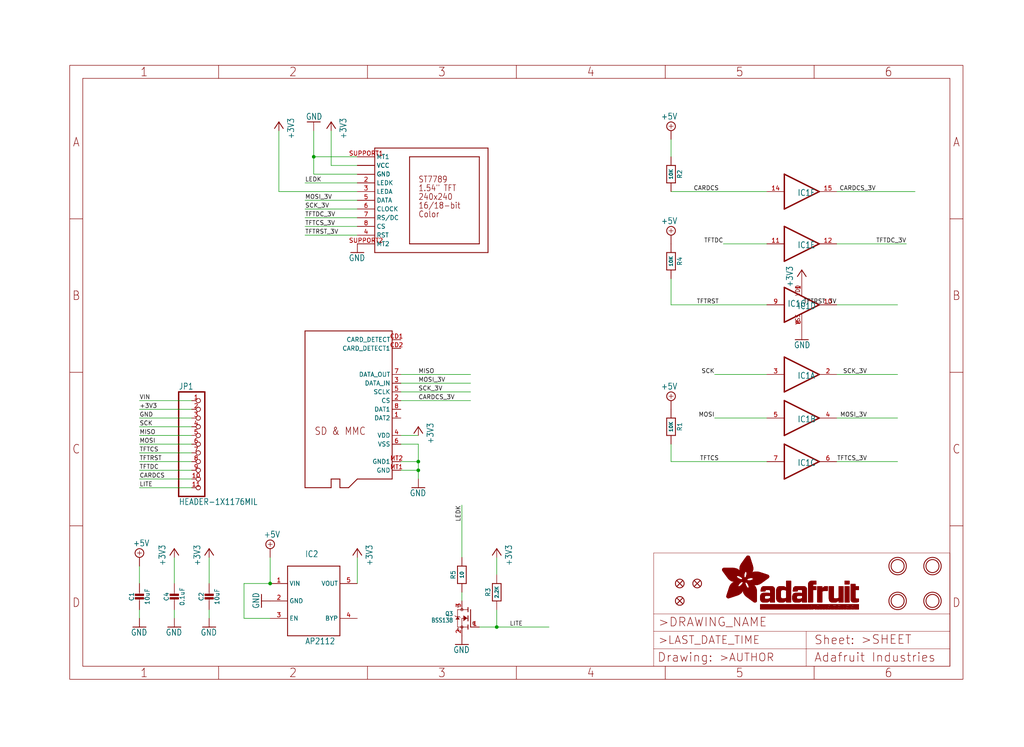
<source format=kicad_sch>
(kicad_sch (version 20211123) (generator eeschema)
  (paper "User" 298.45 217.881)
  (lib_symbols
    (symbol "eagleSchem-eagle-import:+3V3" (power)
      (property "Value" "+3V3" (at -2.54 -5.08 90))
      (symbol "+3V3_1_0"
        (pin power_in line (at 0 -2.54 90) (length 2.54) (name "+3V3") (number "1"))
      )
    )
    (symbol "eagleSchem-eagle-import:+5V" (power)
      (property "Value" "+5V" (at -1.905 3.175 0))
      (symbol "+5V_1_0"
        (pin power_in line (at 0 -2.54 90) (length 2.54) (name "+5V") (number "1"))
      )
    )
    (symbol "eagleSchem-eagle-import:4050D"
      (property "Reference" "IC" (at -1.27 -0.635 0))
      (symbol "4050D_1_0"
        (pin output line (at 10.16 0 180) (length 5.08) (name "O") (number "2"))
        (pin input line (at -10.16 0 0) (length 5.08) (name "I") (number "3"))
      )
      (symbol "4050D_2_0"
        (pin output line (at 10.16 0 180) (length 5.08) (name "O") (number "4"))
        (pin input line (at -10.16 0 0) (length 5.08) (name "I") (number "5"))
      )
      (symbol "4050D_3_0"
        (pin output line (at 10.16 0 180) (length 5.08) (name "O") (number "6"))
        (pin input line (at -10.16 0 0) (length 5.08) (name "I") (number "7"))
      )
      (symbol "4050D_4_0"
        (pin output line (at 10.16 0 180) (length 5.08) (name "O") (number "10"))
        (pin input line (at -10.16 0 0) (length 5.08) (name "I") (number "9"))
      )
      (symbol "4050D_5_0"
        (pin input line (at -10.16 0 0) (length 5.08) (name "I") (number "11"))
        (pin output line (at 10.16 0 180) (length 5.08) (name "O") (number "12"))
      )
      (symbol "4050D_6_0"
        (pin input line (at -10.16 0 0) (length 5.08) (name "I") (number "14"))
        (pin output line (at 10.16 0 180) (length 5.08) (name "O") (number "15"))
      )
      (symbol "4050D_7_0"
        (text "VDD" (at 1.905 2.54 900) (effects (font (size 1.27 1.0795)) (justify left bottom)))
        (text "VSS" (at 1.905 -5.842 900) (effects (font (size 1.27 1.0795)) (justify left bottom)))
        (pin power_in line (at 0 7.62 270) (length 5.08) (name "VDD") (number "1"))
        (pin power_in line (at 0 -7.62 90) (length 5.08) (name "VSS") (number "8"))
      )
    )
    (symbol "eagleSchem-eagle-import:CAP_CERAMIC0805-NOOUTLINE"
      (property "Reference" "C" (at -2.29 1.25 90))
      (property "Value" "CAP_CERAMIC0805-NOOUTLINE" (at 2.3 1.25 90))
      (symbol "CAP_CERAMIC0805-NOOUTLINE_1_0"
        (pin passive line (at 0 5.08 270) (length 2.54) (name "1") (number "1"))
        (pin passive line (at 0 -2.54 90) (length 2.54) (name "2") (number "2"))
      )
    )
    (symbol "eagleSchem-eagle-import:DISP_LCD_ST7789_1.54IN"
      (symbol "DISP_LCD_ST7789_1.54IN_1_0"
        (text "1.54\" TFT" (at 2.54 2.54 0) (effects (font (size 1.778 1.5113)) (justify left bottom)))
        (text "16/18-bit" (at 2.54 -2.54 0) (effects (font (size 1.778 1.5113)) (justify left bottom)))
        (text "240x240" (at 2.54 0 0) (effects (font (size 1.778 1.5113)) (justify left bottom)))
        (text "Color" (at 2.54 -5.08 0) (effects (font (size 1.778 1.5113)) (justify left bottom)))
        (text "ST7789" (at 2.54 5.08 0) (effects (font (size 1.778 1.5113)) (justify left bottom)))
        (pin power_in line (at -15.24 7.62 0) (length 5.08) (name "GND") (number "1"))
        (pin power_in line (at -15.24 10.16 0) (length 5.08) (name "VCC") (number "10"))
        (pin power_in line (at -15.24 7.62 0) (length 5.08) (name "GND") (number "11"))
        (pin power_in line (at -15.24 7.62 0) (length 5.08) (name "GND") (number "12"))
        (pin input line (at -15.24 5.08 0) (length 5.08) (name "LEDK") (number "2"))
        (pin input line (at -15.24 2.54 0) (length 5.08) (name "LEDA") (number "3"))
        (pin input line (at -15.24 -10.16 0) (length 5.08) (name "RST") (number "4"))
        (pin bidirectional line (at -15.24 0 0) (length 5.08) (name "DATA") (number "5"))
        (pin input line (at -15.24 -2.54 0) (length 5.08) (name "CLOCK") (number "6"))
        (pin input line (at -15.24 -5.08 0) (length 5.08) (name "RS/DC") (number "7"))
        (pin input line (at -15.24 -7.62 0) (length 5.08) (name "CS") (number "8"))
        (pin power_in line (at -15.24 10.16 0) (length 5.08) (name "VCC") (number "9"))
        (pin passive line (at -15.24 12.7 0) (length 5.08) (name "MT1") (number "SUPPORT1"))
        (pin passive line (at -15.24 -12.7 0) (length 5.08) (name "MT2") (number "SUPPORT2"))
      )
    )
    (symbol "eagleSchem-eagle-import:FIDUCIAL_1MM")
    (symbol "eagleSchem-eagle-import:FRAME_A4_ADAFRUIT"
      (symbol "FRAME_A4_ADAFRUIT_1_0"
        (text "1" (at 21.6958 1.905 0) (effects (font (size 2.54 2.286))))
        (text "1" (at 21.6958 177.165 0) (effects (font (size 2.54 2.286))))
        (text "2" (at 65.0875 1.905 0) (effects (font (size 2.54 2.286))))
        (text "2" (at 65.0875 177.165 0) (effects (font (size 2.54 2.286))))
        (text "3" (at 108.4792 1.905 0) (effects (font (size 2.54 2.286))))
        (text "3" (at 108.4792 177.165 0) (effects (font (size 2.54 2.286))))
        (text "4" (at 151.8708 1.905 0) (effects (font (size 2.54 2.286))))
        (text "4" (at 151.8708 177.165 0) (effects (font (size 2.54 2.286))))
        (text "5" (at 195.2625 1.905 0) (effects (font (size 2.54 2.286))))
        (text "5" (at 195.2625 177.165 0) (effects (font (size 2.54 2.286))))
        (text "6" (at 238.6542 1.905 0) (effects (font (size 2.54 2.286))))
        (text "6" (at 238.6542 177.165 0) (effects (font (size 2.54 2.286))))
        (text ">AUTHOR" (at 189.23 5.08 0) (effects (font (size 2.286 2.286)) (justify left bottom)))
        (text ">DRAWING_NAME" (at 171.45 15.24 0) (effects (font (size 2.54 2.54)) (justify left bottom)))
        (text ">LAST_DATE_TIME" (at 171.45 10.16 0) (effects (font (size 2.286 2.286)) (justify left bottom)))
        (text ">SHEET" (at 230.505 10.16 0) (effects (font (size 2.54 2.54)) (justify left bottom)))
        (text "A" (at 1.905 156.6863 0) (effects (font (size 2.54 2.286))))
        (text "A" (at 258.445 156.6863 0) (effects (font (size 2.54 2.286))))
        (text "Adafruit Industries" (at 216.916 4.953 0) (effects (font (size 2.54 2.54)) (justify left bottom)))
        (text "B" (at 1.905 111.9188 0) (effects (font (size 2.54 2.286))))
        (text "B" (at 258.445 111.9188 0) (effects (font (size 2.54 2.286))))
        (text "C" (at 1.905 67.1513 0) (effects (font (size 2.54 2.286))))
        (text "C" (at 258.445 67.1513 0) (effects (font (size 2.54 2.286))))
        (text "D" (at 1.905 22.3838 0) (effects (font (size 2.54 2.286))))
        (text "D" (at 258.445 22.3838 0) (effects (font (size 2.54 2.286))))
        (text "Drawing:" (at 171.196 4.953 0) (effects (font (size 2.54 2.54)) (justify left bottom)))
        (text "Sheet:" (at 216.916 10.033 0) (effects (font (size 2.54 2.54)) (justify left bottom)))
      )
    )
    (symbol "eagleSchem-eagle-import:GND" (power)
      (property "Value" "GND" (at -2.54 -2.54 0))
      (symbol "GND_1_0"
        (pin power_in line (at 0 2.54 270) (length 2.54) (name "GND") (number "1"))
      )
    )
    (symbol "eagleSchem-eagle-import:HEADER-1X1176MIL"
      (property "Reference" "JP" (at -6.35 15.875 0))
      (property "Value" "HEADER-1X1176MIL" (at -6.35 -17.78 0))
      (symbol "HEADER-1X1176MIL_1_0"
        (pin passive inverted (at -2.54 12.7 0) (length 2.54) (name "1") (number "1"))
        (pin passive inverted (at -2.54 -10.16 0) (length 2.54) (name "10") (number "10"))
        (pin passive inverted (at -2.54 -12.7 0) (length 2.54) (name "11") (number "11"))
        (pin passive inverted (at -2.54 10.16 0) (length 2.54) (name "2") (number "2"))
        (pin passive inverted (at -2.54 7.62 0) (length 2.54) (name "3") (number "3"))
        (pin passive inverted (at -2.54 5.08 0) (length 2.54) (name "4") (number "4"))
        (pin passive inverted (at -2.54 2.54 0) (length 2.54) (name "5") (number "5"))
        (pin passive inverted (at -2.54 0 0) (length 2.54) (name "6") (number "6"))
        (pin passive inverted (at -2.54 -2.54 0) (length 2.54) (name "7") (number "7"))
        (pin passive inverted (at -2.54 -5.08 0) (length 2.54) (name "8") (number "8"))
        (pin passive inverted (at -2.54 -7.62 0) (length 2.54) (name "9") (number "9"))
      )
    )
    (symbol "eagleSchem-eagle-import:LP298XS"
      (property "Reference" "IC" (at -12.7 -5.08 90))
      (property "Value" "LP298XS" (at 12.7 -5.08 90))
      (symbol "LP298XS_1_0"
        (pin bidirectional line (at -5.08 -15.24 90) (length 5.08) (name "VIN") (number "1"))
        (pin bidirectional line (at 0 -15.24 90) (length 5.08) (name "GND") (number "2"))
        (pin bidirectional line (at 5.08 -15.24 90) (length 5.08) (name "EN") (number "3"))
        (pin bidirectional line (at 5.08 10.16 270) (length 5.08) (name "BYP") (number "4"))
        (pin bidirectional line (at -5.08 10.16 270) (length 5.08) (name "VOUT") (number "5"))
      )
    )
    (symbol "eagleSchem-eagle-import:MICROSD"
      (symbol "MICROSD_1_0"
        (text "SD & MMC" (at -7.62 -10.16 0) (effects (font (size 2.1844 1.8567)) (justify left bottom)))
        (pin bidirectional line (at -17.78 -5.08 0) (length 2.54) (name "DAT2") (number "1"))
        (pin input line (at -17.78 0 0) (length 2.54) (name "CS") (number "2"))
        (pin input line (at -17.78 5.08 0) (length 2.54) (name "DATA_IN") (number "3"))
        (pin power_in line (at -17.78 -10.16 0) (length 2.54) (name "VDD") (number "4"))
        (pin input line (at -17.78 2.54 0) (length 2.54) (name "SCLK") (number "5"))
        (pin power_in line (at -17.78 -12.7 0) (length 2.54) (name "VSS") (number "6"))
        (pin output line (at -17.78 7.62 0) (length 2.54) (name "DATA_OUT") (number "7"))
        (pin bidirectional line (at -17.78 -2.54 0) (length 2.54) (name "DAT1") (number "8"))
        (pin passive line (at -17.78 17.78 0) (length 2.54) (name "CARD_DETECT") (number "CD1"))
        (pin passive line (at -17.78 15.24 0) (length 2.54) (name "CARD_DETECT1") (number "CD2"))
        (pin power_in line (at -17.78 -20.32 0) (length 2.54) (name "GND") (number "MT1"))
        (pin power_in line (at -17.78 -17.78 0) (length 2.54) (name "GND1") (number "MT2"))
      )
    )
    (symbol "eagleSchem-eagle-import:MOSFET-NWIDE"
      (property "Reference" "Q" (at 5.08 0.635 0))
      (property "Value" "MOSFET-NWIDE" (at 5.08 -1.27 0))
      (symbol "MOSFET-NWIDE_1_0"
        (text "D" (at 3.175 3.175 0) (effects (font (size 0.8128 0.6908)) (justify left bottom)))
        (text "G" (at -1.27 -1.905 0) (effects (font (size 0.8128 0.6908)) (justify left bottom)))
        (text "S" (at 3.175 -3.81 0) (effects (font (size 0.8128 0.6908)) (justify left bottom)))
        (pin bidirectional line (at -2.54 -2.54 0) (length 2.54) (name "G") (number "1"))
        (pin bidirectional line (at 2.54 -5.08 90) (length 2.54) (name "S") (number "2"))
        (pin bidirectional line (at 2.54 5.08 270) (length 2.54) (name "D") (number "3"))
      )
    )
    (symbol "eagleSchem-eagle-import:MOUNTINGHOLE2.5")
    (symbol "eagleSchem-eagle-import:RESISTOR0805_NOOUTLINE"
      (property "Reference" "R" (at 0 2.54 0))
      (property "Value" "RESISTOR0805_NOOUTLINE" (at 0 0 0))
      (symbol "RESISTOR0805_NOOUTLINE_1_0"
        (pin passive line (at -5.08 0 0) (length 2.54) (name "1") (number "1"))
        (pin passive line (at 5.08 0 180) (length 2.54) (name "2") (number "2"))
      )
    )
  )
  (junction (at 78.74 170.18))
  (junction (at 91.44 45.72))
  (junction (at 144.78 182.88))
  (junction (at 121.92 134.62))
  (junction (at 121.92 137.16))
  (wire (pts (xy 137.16 114.3) (xy 116.84 114.3)))
  (wire (pts (xy 71.12 170.18) (xy 78.74 170.18)))
  (wire (pts (xy 104.14 162.56) (xy 104.14 170.18)))
  (wire (pts (xy 88.9 60.96) (xy 104.14 60.96)))
  (wire (pts (xy 243.84 121.92) (xy 261.62 121.92)))
  (wire (pts (xy 223.52 121.92) (xy 208.28 121.92)))
  (wire (pts (xy 121.92 137.16) (xy 121.92 139.7)))
  (wire (pts (xy 243.84 71.12) (xy 264.16 71.12)))
  (wire (pts (xy 195.58 88.9) (xy 195.58 81.28)))
  (wire (pts (xy 104.14 50.8) (xy 91.44 50.8)))
  (wire (pts (xy 195.58 45.72) (xy 195.58 40.64)))
  (wire (pts (xy 104.14 68.58) (xy 88.9 68.58)))
  (wire (pts (xy 60.96 180.34) (xy 60.96 177.8)))
  (wire (pts (xy 50.8 162.56) (xy 50.8 170.18)))
  (wire (pts (xy 60.96 162.56) (xy 60.96 170.18)))
  (wire (pts (xy 121.92 129.54) (xy 121.92 134.62)))
  (wire (pts (xy 55.88 116.84) (xy 40.64 116.84)))
  (wire (pts (xy 55.88 139.7) (xy 40.64 139.7)))
  (wire (pts (xy 71.12 180.34) (xy 71.12 170.18)))
  (wire (pts (xy 104.14 63.5) (xy 88.9 63.5)))
  (wire (pts (xy 116.84 129.54) (xy 121.92 129.54)))
  (wire (pts (xy 104.14 53.34) (xy 88.9 53.34)))
  (wire (pts (xy 223.52 71.12) (xy 210.82 71.12)))
  (wire (pts (xy 104.14 58.42) (xy 88.9 58.42)))
  (wire (pts (xy 139.7 182.88) (xy 144.78 182.88)))
  (wire (pts (xy 40.64 132.08) (xy 55.88 132.08)))
  (wire (pts (xy 91.44 50.8) (xy 91.44 45.72)))
  (wire (pts (xy 134.62 147.32) (xy 134.62 162.56)))
  (wire (pts (xy 40.64 127) (xy 55.88 127)))
  (wire (pts (xy 91.44 45.72) (xy 91.44 38.1)))
  (wire (pts (xy 243.84 88.9) (xy 261.62 88.9)))
  (wire (pts (xy 40.64 180.34) (xy 40.64 177.8)))
  (wire (pts (xy 104.14 45.72) (xy 91.44 45.72)))
  (wire (pts (xy 96.52 48.26) (xy 96.52 38.1)))
  (wire (pts (xy 81.28 55.88) (xy 81.28 38.1)))
  (wire (pts (xy 121.92 127) (xy 116.84 127)))
  (wire (pts (xy 55.88 129.54) (xy 40.64 129.54)))
  (wire (pts (xy 116.84 134.62) (xy 121.92 134.62)))
  (wire (pts (xy 116.84 137.16) (xy 121.92 137.16)))
  (wire (pts (xy 195.58 134.62) (xy 223.52 134.62)))
  (wire (pts (xy 243.84 55.88) (xy 266.7 55.88)))
  (wire (pts (xy 195.58 88.9) (xy 223.52 88.9)))
  (wire (pts (xy 55.88 142.24) (xy 40.64 142.24)))
  (wire (pts (xy 104.14 55.88) (xy 81.28 55.88)))
  (wire (pts (xy 134.62 172.72) (xy 134.62 175.26)))
  (wire (pts (xy 137.16 111.76) (xy 116.84 111.76)))
  (wire (pts (xy 55.88 121.92) (xy 40.64 121.92)))
  (wire (pts (xy 55.88 124.46) (xy 40.64 124.46)))
  (wire (pts (xy 195.58 134.62) (xy 195.58 129.54)))
  (wire (pts (xy 116.84 109.22) (xy 137.16 109.22)))
  (wire (pts (xy 243.84 134.62) (xy 261.62 134.62)))
  (wire (pts (xy 243.84 109.22) (xy 261.62 109.22)))
  (wire (pts (xy 40.64 165.1) (xy 40.64 170.18)))
  (wire (pts (xy 104.14 48.26) (xy 96.52 48.26)))
  (wire (pts (xy 40.64 119.38) (xy 55.88 119.38)))
  (wire (pts (xy 78.74 162.56) (xy 78.74 170.18)))
  (wire (pts (xy 50.8 180.34) (xy 50.8 177.8)))
  (wire (pts (xy 223.52 109.22) (xy 208.28 109.22)))
  (wire (pts (xy 223.52 55.88) (xy 195.58 55.88)))
  (wire (pts (xy 137.16 116.84) (xy 116.84 116.84)))
  (wire (pts (xy 144.78 182.88) (xy 144.78 177.8)))
  (wire (pts (xy 88.9 66.04) (xy 104.14 66.04)))
  (wire (pts (xy 55.88 137.16) (xy 40.64 137.16)))
  (wire (pts (xy 160.02 182.88) (xy 144.78 182.88)))
  (wire (pts (xy 121.92 134.62) (xy 121.92 137.16)))
  (wire (pts (xy 55.88 134.62) (xy 40.64 134.62)))
  (wire (pts (xy 78.74 180.34) (xy 71.12 180.34)))
  (wire (pts (xy 144.78 162.56) (xy 144.78 167.64)))
  (label "MOSI_3V" (at 88.9 58.42 0) (effects (font (size 1.2446 1.2446))))
  (label "GND" (at 40.64 121.92 0) (effects (font (size 1.2446 1.2446))))
  (label "TFTRST" (at 40.64 134.62 0) (effects (font (size 1.2446 1.2446))))
  (label "MOSI_3V" (at 252.73 121.92 180) (effects (font (size 1.2446 1.2446))))
  (label "TFTDC" (at 40.64 137.16 0) (effects (font (size 1.2446 1.2446))))
  (label "LEDK" (at 88.9 53.34 0) (effects (font (size 1.2446 1.2446))))
  (label "TFTCS_3V" (at 252.73 134.62 180) (effects (font (size 1.2446 1.2446))))
  (label "SCK" (at 40.64 124.46 0) (effects (font (size 1.2446 1.2446))))
  (label "LEDK" (at 134.62 147.32 270) (effects (font (size 1.2446 1.2446))))
  (label "CARDCS_3V" (at 255.27 55.88 180) (effects (font (size 1.2446 1.2446))))
  (label "MISO" (at 121.92 109.22 0) (effects (font (size 1.2446 1.2446))))
  (label "TFTDC" (at 210.82 71.12 180) (effects (font (size 1.2446 1.2446))))
  (label "LITE" (at 152.4 182.88 180) (effects (font (size 1.2446 1.2446))))
  (label "TFTRST_3V" (at 243.84 88.9 180) (effects (font (size 1.2446 1.2446))))
  (label "CARDCS" (at 209.55 55.88 180) (effects (font (size 1.2446 1.2446))))
  (label "TFTCS" (at 209.55 134.62 180) (effects (font (size 1.2446 1.2446))))
  (label "VIN" (at 40.64 116.84 0) (effects (font (size 1.2446 1.2446))))
  (label "MOSI" (at 40.64 129.54 0) (effects (font (size 1.2446 1.2446))))
  (label "TFTCS_3V" (at 88.9 66.04 0) (effects (font (size 1.2446 1.2446))))
  (label "TFTDC_3V" (at 88.9 63.5 0) (effects (font (size 1.2446 1.2446))))
  (label "SCK_3V" (at 252.73 109.22 180) (effects (font (size 1.2446 1.2446))))
  (label "TFTDC_3V" (at 264.16 71.12 180) (effects (font (size 1.2446 1.2446))))
  (label "SCK_3V" (at 121.92 114.3 0) (effects (font (size 1.2446 1.2446))))
  (label "TFTRST_3V" (at 88.9 68.58 0) (effects (font (size 1.2446 1.2446))))
  (label "CARDCS_3V" (at 121.92 116.84 0) (effects (font (size 1.2446 1.2446))))
  (label "SCK" (at 208.28 109.22 180) (effects (font (size 1.2446 1.2446))))
  (label "TFTRST" (at 209.55 88.9 180) (effects (font (size 1.2446 1.2446))))
  (label "LITE" (at 40.64 142.24 0) (effects (font (size 1.2446 1.2446))))
  (label "MOSI" (at 208.28 121.92 180) (effects (font (size 1.2446 1.2446))))
  (label "MISO" (at 40.64 127 0) (effects (font (size 1.2446 1.2446))))
  (label "+3V3" (at 40.64 119.38 0) (effects (font (size 1.2446 1.2446))))
  (label "TFTCS" (at 40.64 132.08 0) (effects (font (size 1.2446 1.2446))))
  (label "MOSI_3V" (at 121.92 111.76 0) (effects (font (size 1.2446 1.2446))))
  (label "CARDCS" (at 40.64 139.7 0) (effects (font (size 1.2446 1.2446))))
  (label "SCK_3V" (at 88.9 60.96 0) (effects (font (size 1.2446 1.2446))))
  (symbol (lib_id "eagleSchem-eagle-import:FIDUCIAL_1MM") (at 203.2 170.18 0) (unit 1)
    (property "Reference" "U$5" (effects hide))
    (property "Value" "FIDUCIAL_1MM" (effects hide))
    (property "Footprint" "eagleSchem:FIDUCIAL_1MM" (effects hide))
  )
  (symbol (lib_id "eagleSchem-eagle-import:HEADER-1X1176MIL") (at 58.42 129.54 0) (unit 1)
    (property "Reference" "JP1" (at 52.07 113.665 0) (effects (font (size 1.778 1.5113)) (justify left bottom)))
    (property "Value" "HEADER-1X1176MIL" (at 52.07 147.32 0) (effects (font (size 1.778 1.5113)) (justify left bottom)))
    (property "Footprint" "eagleSchem:1X11_ROUND_76" (effects hide))
  )
  (symbol (lib_id "eagleSchem-eagle-import:GND") (at 40.64 182.88 0) (unit 1)
    (property "Reference" "#GND12" (effects hide))
    (property "Value" "GND" (at 38.1 185.42 0) (effects (font (size 1.778 1.5113)) (justify left bottom)))
    (property "Footprint" "eagleSchem:" (effects hide))
  )
  (symbol (lib_id "eagleSchem-eagle-import:CAP_CERAMIC0805-NOOUTLINE") (at 40.64 175.26 0) (unit 1)
    (property "Reference" "C1" (at 38.35 174.01 90))
    (property "Value" "10uF" (at 42.94 174.01 90))
    (property "Footprint" "eagleSchem:0805-NO" (effects hide))
  )
  (symbol (lib_id "eagleSchem-eagle-import:GND") (at 60.96 182.88 0) (unit 1)
    (property "Reference" "#GND11" (effects hide))
    (property "Value" "GND" (at 58.42 185.42 0) (effects (font (size 1.778 1.5113)) (justify left bottom)))
    (property "Footprint" "eagleSchem:" (effects hide))
  )
  (symbol (lib_id "eagleSchem-eagle-import:FIDUCIAL_1MM") (at 198.12 170.18 0) (unit 1)
    (property "Reference" "U$3" (effects hide))
    (property "Value" "FIDUCIAL_1MM" (effects hide))
    (property "Footprint" "eagleSchem:FIDUCIAL_1MM" (effects hide))
  )
  (symbol (lib_id "eagleSchem-eagle-import:+5V") (at 195.58 116.84 0) (mirror y) (unit 1)
    (property "Reference" "#SUPPLY1" (effects hide))
    (property "Value" "+5V" (at 197.485 113.665 0) (effects (font (size 1.778 1.5113)) (justify left bottom)))
    (property "Footprint" "eagleSchem:" (effects hide))
  )
  (symbol (lib_id "eagleSchem-eagle-import:GND") (at 50.8 182.88 0) (unit 1)
    (property "Reference" "#GND13" (effects hide))
    (property "Value" "GND" (at 48.26 185.42 0) (effects (font (size 1.778 1.5113)) (justify left bottom)))
    (property "Footprint" "eagleSchem:" (effects hide))
  )
  (symbol (lib_id "eagleSchem-eagle-import:GND") (at 121.92 142.24 0) (unit 1)
    (property "Reference" "#GND1" (effects hide))
    (property "Value" "GND" (at 119.38 144.78 0) (effects (font (size 1.778 1.5113)) (justify left bottom)))
    (property "Footprint" "eagleSchem:" (effects hide))
  )
  (symbol (lib_id "eagleSchem-eagle-import:GND") (at 104.14 73.66 0) (unit 1)
    (property "Reference" "#GND2" (effects hide))
    (property "Value" "GND" (at 101.6 76.2 0) (effects (font (size 1.778 1.5113)) (justify left bottom)))
    (property "Footprint" "eagleSchem:" (effects hide))
  )
  (symbol (lib_id "eagleSchem-eagle-import:4050D") (at 233.68 121.92 0) (mirror x) (unit 2)
    (property "Reference" "IC1" (at 232.41 121.285 0) (effects (font (size 1.778 1.5113)) (justify left bottom)))
    (property "Value" "4050D" (effects hide))
    (property "Footprint" "eagleSchem:SO16" (effects hide))
  )
  (symbol (lib_id "eagleSchem-eagle-import:MICROSD") (at 99.06 116.84 0) (mirror y) (unit 1)
    (property "Reference" "Q2" (effects hide))
    (property "Value" "MICROSD" (effects hide))
    (property "Footprint" "eagleSchem:MICROSD" (effects hide))
  )
  (symbol (lib_id "eagleSchem-eagle-import:MOUNTINGHOLE2.5") (at 271.78 175.26 0) (unit 1)
    (property "Reference" "U$9" (effects hide))
    (property "Value" "MOUNTINGHOLE2.5" (effects hide))
    (property "Footprint" "eagleSchem:MOUNTINGHOLE_2.5_PLATED" (effects hide))
  )
  (symbol (lib_id "eagleSchem-eagle-import:+3V3") (at 233.68 78.74 0) (unit 1)
    (property "Reference" "#+3V5" (effects hide))
    (property "Value" "+3V3" (at 231.14 83.82 90) (effects (font (size 1.778 1.5113)) (justify left bottom)))
    (property "Footprint" "eagleSchem:" (effects hide))
  )
  (symbol (lib_id "eagleSchem-eagle-import:CAP_CERAMIC0805-NOOUTLINE") (at 60.96 175.26 0) (unit 1)
    (property "Reference" "C2" (at 58.67 174.01 90))
    (property "Value" "10uF" (at 63.26 174.01 90))
    (property "Footprint" "eagleSchem:0805-NO" (effects hide))
  )
  (symbol (lib_id "eagleSchem-eagle-import:FIDUCIAL_1MM") (at 198.12 175.26 0) (unit 1)
    (property "Reference" "U$4" (effects hide))
    (property "Value" "FIDUCIAL_1MM" (effects hide))
    (property "Footprint" "eagleSchem:FIDUCIAL_1MM" (effects hide))
  )
  (symbol (lib_id "eagleSchem-eagle-import:RESISTOR0805_NOOUTLINE") (at 195.58 76.2 270) (mirror x) (unit 1)
    (property "Reference" "R4" (at 198.12 76.2 0))
    (property "Value" "10K" (at 195.58 76.2 0) (effects (font (size 1.016 1.016) bold)))
    (property "Footprint" "eagleSchem:0805-NO" (effects hide))
  )
  (symbol (lib_id "eagleSchem-eagle-import:+5V") (at 195.58 68.58 0) (mirror y) (unit 1)
    (property "Reference" "#SUPPLY5" (effects hide))
    (property "Value" "+5V" (at 197.485 65.405 0) (effects (font (size 1.778 1.5113)) (justify left bottom)))
    (property "Footprint" "eagleSchem:" (effects hide))
  )
  (symbol (lib_id "eagleSchem-eagle-import:+3V3") (at 96.52 35.56 0) (mirror y) (unit 1)
    (property "Reference" "#+3V7" (effects hide))
    (property "Value" "+3V3" (at 99.06 40.64 90) (effects (font (size 1.778 1.5113)) (justify left bottom)))
    (property "Footprint" "eagleSchem:" (effects hide))
  )
  (symbol (lib_id "eagleSchem-eagle-import:RESISTOR0805_NOOUTLINE") (at 195.58 124.46 270) (mirror x) (unit 1)
    (property "Reference" "R1" (at 198.12 124.46 0))
    (property "Value" "10K" (at 195.58 124.46 0) (effects (font (size 1.016 1.016) bold)))
    (property "Footprint" "eagleSchem:0805-NO" (effects hide))
  )
  (symbol (lib_id "eagleSchem-eagle-import:4050D") (at 233.68 55.88 0) (mirror x) (unit 6)
    (property "Reference" "IC1" (at 232.41 55.245 0) (effects (font (size 1.778 1.5113)) (justify left bottom)))
    (property "Value" "4050D" (effects hide))
    (property "Footprint" "eagleSchem:SO16" (effects hide))
  )
  (symbol (lib_id "eagleSchem-eagle-import:GND") (at 233.68 99.06 0) (mirror y) (unit 1)
    (property "Reference" "#GND8" (effects hide))
    (property "Value" "GND" (at 236.22 101.6 0) (effects (font (size 1.778 1.5113)) (justify left bottom)))
    (property "Footprint" "eagleSchem:" (effects hide))
  )
  (symbol (lib_id "eagleSchem-eagle-import:DISP_LCD_ST7789_1.54IN") (at 119.38 58.42 0) (unit 1)
    (property "Reference" "DISP1" (effects hide))
    (property "Value" "DISP_LCD_ST7789_1.54IN" (effects hide))
    (property "Footprint" "eagleSchem:TFT_1.54IN_240X240" (effects hide))
  )
  (symbol (lib_id "eagleSchem-eagle-import:4050D") (at 233.68 71.12 0) (mirror x) (unit 5)
    (property "Reference" "IC1" (at 232.41 70.485 0) (effects (font (size 1.778 1.5113)) (justify left bottom)))
    (property "Value" "4050D" (effects hide))
    (property "Footprint" "eagleSchem:SO16" (effects hide))
  )
  (symbol (lib_id "eagleSchem-eagle-import:GND") (at 134.62 187.96 0) (unit 1)
    (property "Reference" "#GND5" (effects hide))
    (property "Value" "GND" (at 132.08 190.5 0) (effects (font (size 1.778 1.5113)) (justify left bottom)))
    (property "Footprint" "eagleSchem:" (effects hide))
  )
  (symbol (lib_id "eagleSchem-eagle-import:4050D") (at 233.68 88.9 0) (mirror x) (unit 4)
    (property "Reference" "IC1" (at 232.41 88.265 0) (effects (font (size 1.778 1.5113)) (justify left bottom)))
    (property "Value" "4050D" (effects hide))
    (property "Footprint" "eagleSchem:SO16" (effects hide))
  )
  (symbol (lib_id "eagleSchem-eagle-import:RESISTOR0805_NOOUTLINE") (at 134.62 167.64 90) (unit 1)
    (property "Reference" "R5" (at 132.08 167.64 0))
    (property "Value" "10" (at 134.62 167.64 0) (effects (font (size 1.016 1.016) bold)))
    (property "Footprint" "eagleSchem:0805-NO" (effects hide))
  )
  (symbol (lib_id "eagleSchem-eagle-import:MOUNTINGHOLE2.5") (at 271.78 165.1 0) (unit 1)
    (property "Reference" "U$8" (effects hide))
    (property "Value" "MOUNTINGHOLE2.5" (effects hide))
    (property "Footprint" "eagleSchem:MOUNTINGHOLE_2.5_PLATED" (effects hide))
  )
  (symbol (lib_id "eagleSchem-eagle-import:RESISTOR0805_NOOUTLINE") (at 195.58 50.8 270) (mirror x) (unit 1)
    (property "Reference" "R2" (at 198.12 50.8 0))
    (property "Value" "10K" (at 195.58 50.8 0) (effects (font (size 1.016 1.016) bold)))
    (property "Footprint" "eagleSchem:0805-NO" (effects hide))
  )
  (symbol (lib_id "eagleSchem-eagle-import:+3V3") (at 144.78 160.02 0) (mirror y) (unit 1)
    (property "Reference" "#+3V9" (effects hide))
    (property "Value" "+3V3" (at 147.32 165.1 90) (effects (font (size 1.778 1.5113)) (justify left bottom)))
    (property "Footprint" "eagleSchem:" (effects hide))
  )
  (symbol (lib_id "eagleSchem-eagle-import:4050D") (at 233.68 88.9 0) (mirror y) (unit 7)
    (property "Reference" "IC1" (at 234.95 89.535 0) (effects (font (size 1.778 1.5113)) (justify left bottom)))
    (property "Value" "4050D" (effects hide))
    (property "Footprint" "eagleSchem:SO16" (effects hide))
  )
  (symbol (lib_id "eagleSchem-eagle-import:+3V3") (at 81.28 35.56 0) (mirror y) (unit 1)
    (property "Reference" "#+3V10" (effects hide))
    (property "Value" "+3V3" (at 83.82 40.64 90) (effects (font (size 1.778 1.5113)) (justify left bottom)))
    (property "Footprint" "eagleSchem:" (effects hide))
  )
  (symbol (lib_id "eagleSchem-eagle-import:4050D") (at 233.68 109.22 0) (mirror x) (unit 1)
    (property "Reference" "IC1" (at 232.41 108.585 0) (effects (font (size 1.778 1.5113)) (justify left bottom)))
    (property "Value" "4050D" (effects hide))
    (property "Footprint" "eagleSchem:SO16" (effects hide))
  )
  (symbol (lib_id "eagleSchem-eagle-import:GND") (at 91.44 35.56 180) (unit 1)
    (property "Reference" "#GND6" (effects hide))
    (property "Value" "GND" (at 93.98 33.02 0) (effects (font (size 1.778 1.5113)) (justify left bottom)))
    (property "Footprint" "eagleSchem:" (effects hide))
  )
  (symbol (lib_id "eagleSchem-eagle-import:FRAME_A4_ADAFRUIT") (at 20.32 198.12 0) (unit 1)
    (property "Reference" "#U$6" (effects hide))
    (property "Value" "FRAME_A4_ADAFRUIT" (effects hide))
    (property "Footprint" "eagleSchem:" (effects hide))
  )
  (symbol (lib_id "eagleSchem-eagle-import:+3V3") (at 60.96 160.02 0) (unit 1)
    (property "Reference" "#+3V6" (effects hide))
    (property "Value" "+3V3" (at 58.42 165.1 90) (effects (font (size 1.778 1.5113)) (justify left bottom)))
    (property "Footprint" "eagleSchem:" (effects hide))
  )
  (symbol (lib_id "eagleSchem-eagle-import:GND") (at 76.2 175.26 270) (unit 1)
    (property "Reference" "#GND9" (effects hide))
    (property "Value" "GND" (at 73.66 172.72 0) (effects (font (size 1.778 1.5113)) (justify left bottom)))
    (property "Footprint" "eagleSchem:" (effects hide))
  )
  (symbol (lib_id "eagleSchem-eagle-import:+5V") (at 40.64 162.56 0) (unit 1)
    (property "Reference" "#SUPPLY3" (effects hide))
    (property "Value" "+5V" (at 38.735 159.385 0) (effects (font (size 1.778 1.5113)) (justify left bottom)))
    (property "Footprint" "eagleSchem:" (effects hide))
  )
  (symbol (lib_id "eagleSchem-eagle-import:4050D") (at 233.68 134.62 0) (mirror x) (unit 3)
    (property "Reference" "IC1" (at 232.41 133.985 0) (effects (font (size 1.778 1.5113)) (justify left bottom)))
    (property "Value" "4050D" (effects hide))
    (property "Footprint" "eagleSchem:SO16" (effects hide))
  )
  (symbol (lib_id "eagleSchem-eagle-import:MOUNTINGHOLE2.5") (at 261.62 165.1 0) (unit 1)
    (property "Reference" "U$10" (effects hide))
    (property "Value" "MOUNTINGHOLE2.5" (effects hide))
    (property "Footprint" "eagleSchem:MOUNTINGHOLE_2.5_PLATED" (effects hide))
  )
  (symbol (lib_id "eagleSchem-eagle-import:+5V") (at 78.74 160.02 0) (unit 1)
    (property "Reference" "#SUPPLY2" (effects hide))
    (property "Value" "+5V" (at 76.835 156.845 0) (effects (font (size 1.778 1.5113)) (justify left bottom)))
    (property "Footprint" "eagleSchem:" (effects hide))
  )
  (symbol (lib_id "eagleSchem-eagle-import:+3V3") (at 121.92 124.46 0) (mirror y) (unit 1)
    (property "Reference" "#+3V4" (effects hide))
    (property "Value" "+3V3" (at 124.46 129.54 90) (effects (font (size 1.778 1.5113)) (justify left bottom)))
    (property "Footprint" "eagleSchem:" (effects hide))
  )
  (symbol (lib_id "eagleSchem-eagle-import:LP298XS") (at 93.98 175.26 270) (unit 1)
    (property "Reference" "IC2" (at 88.9 162.56 90) (effects (font (size 1.778 1.5113)) (justify left bottom)))
    (property "Value" "AP2112" (at 88.9 187.96 90) (effects (font (size 1.778 1.5113)) (justify left bottom)))
    (property "Footprint" "eagleSchem:SOT23-5L" (effects hide))
  )
  (symbol (lib_id "eagleSchem-eagle-import:MOUNTINGHOLE2.5") (at 261.62 175.26 0) (unit 1)
    (property "Reference" "U$7" (effects hide))
    (property "Value" "MOUNTINGHOLE2.5" (effects hide))
    (property "Footprint" "eagleSchem:MOUNTINGHOLE_2.5_PLATED" (effects hide))
  )
  (symbol (lib_id "eagleSchem-eagle-import:+3V3") (at 50.8 160.02 0) (unit 1)
    (property "Reference" "#+3V8" (effects hide))
    (property "Value" "+3V3" (at 48.26 165.1 90) (effects (font (size 1.778 1.5113)) (justify left bottom)))
    (property "Footprint" "eagleSchem:" (effects hide))
  )
  (symbol (lib_id "eagleSchem-eagle-import:CAP_CERAMIC0805-NOOUTLINE") (at 50.8 175.26 0) (unit 1)
    (property "Reference" "C4" (at 48.51 174.01 90))
    (property "Value" "0.1uF" (at 53.1 174.01 90))
    (property "Footprint" "eagleSchem:0805-NO" (effects hide))
  )
  (symbol (lib_id "eagleSchem-eagle-import:MOSFET-NWIDE") (at 137.16 180.34 0) (mirror y) (unit 1)
    (property "Reference" "Q3" (at 132.08 179.705 0) (effects (font (size 1.27 1.0795)) (justify left bottom)))
    (property "Value" "BSS138" (at 132.08 181.61 0) (effects (font (size 1.27 1.0795)) (justify left bottom)))
    (property "Footprint" "eagleSchem:SOT23-WIDE" (effects hide))
  )
  (symbol (lib_id "eagleSchem-eagle-import:RESISTOR0805_NOOUTLINE") (at 144.78 172.72 90) (unit 1)
    (property "Reference" "R3" (at 142.24 172.72 0))
    (property "Value" "2.2K" (at 144.78 172.72 0) (effects (font (size 1.016 1.016) bold)))
    (property "Footprint" "eagleSchem:0805-NO" (effects hide))
  )
  (symbol (lib_id "eagleSchem-eagle-import:+5V") (at 195.58 38.1 0) (mirror y) (unit 1)
    (property "Reference" "#SUPPLY4" (effects hide))
    (property "Value" "+5V" (at 197.485 34.925 0) (effects (font (size 1.778 1.5113)) (justify left bottom)))
    (property "Footprint" "eagleSchem:" (effects hide))
  )
  (symbol (lib_id "eagleSchem-eagle-import:+3V3") (at 104.14 160.02 0) (mirror y) (unit 1)
    (property "Reference" "#+3V2" (effects hide))
    (property "Value" "+3V3" (at 106.68 165.1 90) (effects (font (size 1.778 1.5113)) (justify left bottom)))
    (property "Footprint" "eagleSchem:" (effects hide))
  )
)
</source>
